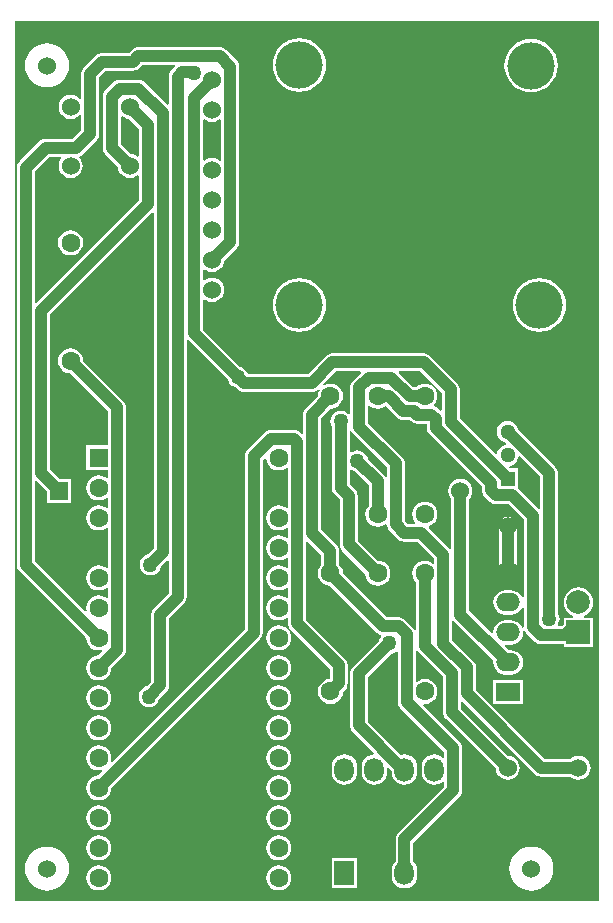
<source format=gtl>
G04 Layer_Physical_Order=1*
G04 Layer_Color=25308*
%FSLAX24Y24*%
%MOIN*%
G70*
G01*
G75*
%ADD10C,0.0394*%
%ADD11C,0.0600*%
%ADD12C,0.1575*%
%ADD13R,0.0600X0.0600*%
%ADD14C,0.0787*%
%ADD15R,0.0787X0.0787*%
%ADD16C,0.0630*%
%ADD17R,0.0630X0.0630*%
%ADD18C,0.0512*%
%ADD19R,0.0512X0.0512*%
%ADD20O,0.0800X0.0600*%
%ADD21R,0.0800X0.0600*%
%ADD22O,0.0650X0.0800*%
%ADD23R,0.0650X0.0800*%
%ADD24C,0.0500*%
G36*
X29425Y9945D02*
X9945D01*
Y23228D01*
Y25197D01*
Y39268D01*
X29425D01*
Y9945D01*
D02*
G37*
%LPC*%
G36*
X18748Y15135D02*
X18640Y15121D01*
X18539Y15079D01*
X18452Y15012D01*
X18386Y14926D01*
X18344Y14825D01*
X18329Y14717D01*
X18344Y14608D01*
X18386Y14507D01*
X18452Y14421D01*
X18539Y14354D01*
X18640Y14312D01*
X18748Y14298D01*
X18856Y14312D01*
X18957Y14354D01*
X19044Y14421D01*
X19111Y14507D01*
X19152Y14608D01*
X19167Y14717D01*
X19152Y14825D01*
X19111Y14926D01*
X19044Y15012D01*
X18957Y15079D01*
X18856Y15121D01*
X18748Y15135D01*
D02*
G37*
G36*
X12748Y16135D02*
X12640Y16121D01*
X12539Y16079D01*
X12452Y16012D01*
X12386Y15926D01*
X12344Y15825D01*
X12329Y15717D01*
X12344Y15608D01*
X12386Y15507D01*
X12452Y15421D01*
X12539Y15354D01*
X12640Y15312D01*
X12748Y15298D01*
X12856Y15312D01*
X12957Y15354D01*
X13044Y15421D01*
X13111Y15507D01*
X13152Y15608D01*
X13167Y15717D01*
X13152Y15825D01*
X13111Y15926D01*
X13044Y16012D01*
X12957Y16079D01*
X12856Y16121D01*
X12748Y16135D01*
D02*
G37*
G36*
X18748Y14135D02*
X18640Y14121D01*
X18539Y14079D01*
X18452Y14012D01*
X18386Y13926D01*
X18344Y13825D01*
X18329Y13717D01*
X18344Y13608D01*
X18386Y13507D01*
X18452Y13421D01*
X18539Y13354D01*
X18640Y13312D01*
X18748Y13298D01*
X18856Y13312D01*
X18957Y13354D01*
X19044Y13421D01*
X19111Y13507D01*
X19152Y13608D01*
X19167Y13717D01*
X19152Y13825D01*
X19111Y13926D01*
X19044Y14012D01*
X18957Y14079D01*
X18856Y14121D01*
X18748Y14135D01*
D02*
G37*
G36*
X20941Y14832D02*
X20830Y14817D01*
X20727Y14775D01*
X20638Y14707D01*
X20570Y14618D01*
X20527Y14514D01*
X20512Y14403D01*
Y14253D01*
X20527Y14142D01*
X20570Y14039D01*
X20638Y13950D01*
X20727Y13882D01*
X20830Y13839D01*
X20941Y13825D01*
X21052Y13839D01*
X21155Y13882D01*
X21244Y13950D01*
X21312Y14039D01*
X21355Y14142D01*
X21370Y14253D01*
Y14403D01*
X21355Y14514D01*
X21312Y14618D01*
X21244Y14707D01*
X21155Y14775D01*
X21052Y14817D01*
X20941Y14832D01*
D02*
G37*
G36*
X18748Y17135D02*
X18640Y17121D01*
X18539Y17079D01*
X18452Y17012D01*
X18386Y16926D01*
X18344Y16825D01*
X18329Y16717D01*
X18344Y16608D01*
X18386Y16507D01*
X18452Y16421D01*
X18539Y16354D01*
X18640Y16312D01*
X18748Y16298D01*
X18856Y16312D01*
X18957Y16354D01*
X19044Y16421D01*
X19111Y16507D01*
X19152Y16608D01*
X19167Y16717D01*
X19152Y16825D01*
X19111Y16926D01*
X19044Y17012D01*
X18957Y17079D01*
X18856Y17121D01*
X18748Y17135D01*
D02*
G37*
G36*
X26898Y17298D02*
X25898D01*
Y16498D01*
X26898D01*
Y17298D01*
D02*
G37*
G36*
X18748Y16135D02*
X18640Y16121D01*
X18539Y16079D01*
X18452Y16012D01*
X18386Y15926D01*
X18344Y15825D01*
X18329Y15717D01*
X18344Y15608D01*
X18386Y15507D01*
X18452Y15421D01*
X18539Y15354D01*
X18640Y15312D01*
X18748Y15298D01*
X18856Y15312D01*
X18957Y15354D01*
X19044Y15421D01*
X19111Y15507D01*
X19152Y15608D01*
X19167Y15717D01*
X19152Y15825D01*
X19111Y15926D01*
X19044Y16012D01*
X18957Y16079D01*
X18856Y16121D01*
X18748Y16135D01*
D02*
G37*
G36*
X12748Y17135D02*
X12640Y17121D01*
X12539Y17079D01*
X12452Y17012D01*
X12386Y16926D01*
X12344Y16825D01*
X12329Y16717D01*
X12344Y16608D01*
X12386Y16507D01*
X12452Y16421D01*
X12539Y16354D01*
X12640Y16312D01*
X12748Y16298D01*
X12856Y16312D01*
X12957Y16354D01*
X13044Y16421D01*
X13111Y16507D01*
X13152Y16608D01*
X13167Y16717D01*
X13152Y16825D01*
X13111Y16926D01*
X13044Y17012D01*
X12957Y17079D01*
X12856Y17121D01*
X12748Y17135D01*
D02*
G37*
G36*
X18748Y13135D02*
X18640Y13121D01*
X18539Y13079D01*
X18452Y13012D01*
X18386Y12926D01*
X18344Y12825D01*
X18329Y12717D01*
X18344Y12608D01*
X18386Y12507D01*
X18452Y12421D01*
X18539Y12354D01*
X18640Y12312D01*
X18748Y12298D01*
X18856Y12312D01*
X18957Y12354D01*
X19044Y12421D01*
X19111Y12507D01*
X19152Y12608D01*
X19167Y12717D01*
X19152Y12825D01*
X19111Y12926D01*
X19044Y13012D01*
X18957Y13079D01*
X18856Y13121D01*
X18748Y13135D01*
D02*
G37*
G36*
X12748Y11135D02*
X12640Y11121D01*
X12539Y11079D01*
X12452Y11012D01*
X12386Y10926D01*
X12344Y10825D01*
X12329Y10717D01*
X12344Y10608D01*
X12386Y10507D01*
X12452Y10421D01*
X12539Y10354D01*
X12640Y10312D01*
X12748Y10298D01*
X12856Y10312D01*
X12957Y10354D01*
X13044Y10421D01*
X13111Y10507D01*
X13152Y10608D01*
X13167Y10717D01*
X13152Y10825D01*
X13111Y10926D01*
X13044Y11012D01*
X12957Y11079D01*
X12856Y11121D01*
X12748Y11135D01*
D02*
G37*
G36*
X18748D02*
X18640Y11121D01*
X18539Y11079D01*
X18452Y11012D01*
X18386Y10926D01*
X18344Y10825D01*
X18329Y10717D01*
X18344Y10608D01*
X18386Y10507D01*
X18452Y10421D01*
X18539Y10354D01*
X18640Y10312D01*
X18748Y10298D01*
X18856Y10312D01*
X18957Y10354D01*
X19044Y10421D01*
X19111Y10507D01*
X19152Y10608D01*
X19167Y10717D01*
X19152Y10825D01*
X19111Y10926D01*
X19044Y11012D01*
X18957Y11079D01*
X18856Y11121D01*
X18748Y11135D01*
D02*
G37*
G36*
X11024Y11757D02*
X10881Y11743D01*
X10743Y11701D01*
X10616Y11633D01*
X10505Y11542D01*
X10414Y11431D01*
X10346Y11304D01*
X10304Y11167D01*
X10290Y11024D01*
X10304Y10881D01*
X10346Y10743D01*
X10414Y10616D01*
X10505Y10505D01*
X10616Y10414D01*
X10743Y10346D01*
X10881Y10304D01*
X11024Y10290D01*
X11167Y10304D01*
X11304Y10346D01*
X11431Y10414D01*
X11542Y10505D01*
X11633Y10616D01*
X11701Y10743D01*
X11743Y10881D01*
X11757Y11024D01*
X11743Y11167D01*
X11701Y11304D01*
X11633Y11431D01*
X11542Y11542D01*
X11431Y11633D01*
X11304Y11701D01*
X11167Y11743D01*
X11024Y11757D01*
D02*
G37*
G36*
X27165D02*
X27022Y11743D01*
X26885Y11701D01*
X26758Y11633D01*
X26647Y11542D01*
X26556Y11431D01*
X26488Y11304D01*
X26446Y11167D01*
X26432Y11024D01*
X26446Y10881D01*
X26488Y10743D01*
X26556Y10616D01*
X26647Y10505D01*
X26758Y10414D01*
X26885Y10346D01*
X27022Y10304D01*
X27165Y10290D01*
X27308Y10304D01*
X27446Y10346D01*
X27573Y10414D01*
X27684Y10505D01*
X27775Y10616D01*
X27843Y10743D01*
X27885Y10881D01*
X27899Y11024D01*
X27885Y11167D01*
X27843Y11304D01*
X27775Y11431D01*
X27684Y11542D01*
X27573Y11633D01*
X27446Y11701D01*
X27308Y11743D01*
X27165Y11757D01*
D02*
G37*
G36*
X18748Y12135D02*
X18640Y12121D01*
X18539Y12079D01*
X18452Y12012D01*
X18386Y11926D01*
X18344Y11825D01*
X18329Y11717D01*
X18344Y11608D01*
X18386Y11507D01*
X18452Y11421D01*
X18539Y11354D01*
X18640Y11312D01*
X18748Y11298D01*
X18856Y11312D01*
X18957Y11354D01*
X19044Y11421D01*
X19111Y11507D01*
X19152Y11608D01*
X19167Y11717D01*
X19152Y11825D01*
X19111Y11926D01*
X19044Y12012D01*
X18957Y12079D01*
X18856Y12121D01*
X18748Y12135D01*
D02*
G37*
G36*
X12748Y13135D02*
X12640Y13121D01*
X12539Y13079D01*
X12452Y13012D01*
X12386Y12926D01*
X12344Y12825D01*
X12329Y12717D01*
X12344Y12608D01*
X12386Y12507D01*
X12452Y12421D01*
X12539Y12354D01*
X12640Y12312D01*
X12748Y12298D01*
X12856Y12312D01*
X12957Y12354D01*
X13044Y12421D01*
X13111Y12507D01*
X13152Y12608D01*
X13167Y12717D01*
X13152Y12825D01*
X13111Y12926D01*
X13044Y13012D01*
X12957Y13079D01*
X12856Y13121D01*
X12748Y13135D01*
D02*
G37*
G36*
X21366Y11373D02*
X20516D01*
Y10373D01*
X21366D01*
Y11373D01*
D02*
G37*
G36*
X12748Y12135D02*
X12640Y12121D01*
X12539Y12079D01*
X12452Y12012D01*
X12386Y11926D01*
X12344Y11825D01*
X12329Y11717D01*
X12344Y11608D01*
X12386Y11507D01*
X12452Y11421D01*
X12539Y11354D01*
X12640Y11312D01*
X12748Y11298D01*
X12856Y11312D01*
X12957Y11354D01*
X13044Y11421D01*
X13111Y11507D01*
X13152Y11608D01*
X13167Y11717D01*
X13152Y11825D01*
X13111Y11926D01*
X13044Y12012D01*
X12957Y12079D01*
X12856Y12121D01*
X12748Y12135D01*
D02*
G37*
G36*
X16786Y38413D02*
X14070D01*
X13993Y38403D01*
X13950Y38385D01*
X13920Y38373D01*
X13858Y38325D01*
X13752Y38219D01*
X12870D01*
X12793Y38209D01*
X12756Y38194D01*
X12720Y38179D01*
X12658Y38132D01*
X12258Y37732D01*
X12211Y37670D01*
X12190Y37619D01*
X12181Y37597D01*
X12171Y37520D01*
Y36688D01*
X12121Y36671D01*
X12096Y36703D01*
X12013Y36767D01*
X11915Y36807D01*
X11811Y36821D01*
X11707Y36807D01*
X11609Y36767D01*
X11526Y36703D01*
X11462Y36619D01*
X11421Y36522D01*
X11408Y36417D01*
X11421Y36313D01*
X11462Y36216D01*
X11526Y36132D01*
X11609Y36068D01*
X11707Y36028D01*
X11811Y36014D01*
X11915Y36028D01*
X12013Y36068D01*
X12096Y36132D01*
X12121Y36164D01*
X12171Y36147D01*
Y35644D01*
X11876Y35349D01*
X10980D01*
X10903Y35339D01*
X10881Y35330D01*
X10830Y35309D01*
X10768Y35262D01*
X10108Y34602D01*
X10061Y34540D01*
X10040Y34489D01*
X10031Y34467D01*
X10021Y34390D01*
Y21145D01*
X10031Y21067D01*
X10040Y21046D01*
X10061Y20995D01*
X10108Y20933D01*
X12330Y18711D01*
X12344Y18608D01*
X12386Y18507D01*
X12452Y18421D01*
X12539Y18354D01*
X12640Y18312D01*
X12748Y18298D01*
X12849Y18311D01*
X12863Y18294D01*
X12874Y18266D01*
X12742Y18134D01*
X12640Y18121D01*
X12539Y18079D01*
X12452Y18012D01*
X12386Y17926D01*
X12344Y17825D01*
X12329Y17717D01*
X12344Y17608D01*
X12386Y17507D01*
X12452Y17421D01*
X12539Y17354D01*
X12640Y17312D01*
X12748Y17298D01*
X12856Y17312D01*
X12957Y17354D01*
X13044Y17421D01*
X13111Y17507D01*
X13152Y17608D01*
X13166Y17711D01*
X13572Y18117D01*
X13619Y18179D01*
X13632Y18209D01*
X13649Y18251D01*
X13659Y18328D01*
Y26404D01*
X13649Y26481D01*
X13637Y26511D01*
X13619Y26553D01*
X13572Y26616D01*
X12229Y27958D01*
X12215Y28061D01*
X12173Y28162D01*
X12107Y28249D01*
X12020Y28315D01*
X11919Y28357D01*
X11811Y28371D01*
X11703Y28357D01*
X11602Y28315D01*
X11515Y28249D01*
X11449Y28162D01*
X11407Y28061D01*
X11392Y27953D01*
X11407Y27844D01*
X11449Y27743D01*
X11515Y27657D01*
X11602Y27590D01*
X11703Y27548D01*
X11805Y27535D01*
X13061Y26280D01*
Y25131D01*
X12333D01*
Y24302D01*
X13061D01*
Y24063D01*
X13011Y24038D01*
X12957Y24079D01*
X12856Y24121D01*
X12748Y24135D01*
X12640Y24121D01*
X12539Y24079D01*
X12452Y24012D01*
X12386Y23926D01*
X12344Y23825D01*
X12329Y23717D01*
X12344Y23608D01*
X12386Y23507D01*
X12452Y23421D01*
X12539Y23354D01*
X12640Y23312D01*
X12748Y23298D01*
X12856Y23312D01*
X12957Y23354D01*
X13011Y23395D01*
X13061Y23370D01*
Y23063D01*
X13011Y23038D01*
X12957Y23079D01*
X12856Y23121D01*
X12748Y23135D01*
X12640Y23121D01*
X12539Y23079D01*
X12452Y23012D01*
X12386Y22926D01*
X12344Y22825D01*
X12329Y22717D01*
X12344Y22608D01*
X12386Y22507D01*
X12452Y22421D01*
X12539Y22354D01*
X12640Y22312D01*
X12748Y22298D01*
X12856Y22312D01*
X12957Y22354D01*
X13011Y22395D01*
X13061Y22370D01*
Y21063D01*
X13011Y21038D01*
X12957Y21079D01*
X12856Y21121D01*
X12748Y21135D01*
X12640Y21121D01*
X12539Y21079D01*
X12452Y21012D01*
X12386Y20926D01*
X12344Y20825D01*
X12329Y20717D01*
X12344Y20608D01*
X12386Y20507D01*
X12452Y20421D01*
X12539Y20354D01*
X12640Y20312D01*
X12748Y20298D01*
X12856Y20312D01*
X12957Y20354D01*
X13011Y20395D01*
X13061Y20370D01*
Y20063D01*
X13011Y20038D01*
X12957Y20079D01*
X12856Y20121D01*
X12748Y20135D01*
X12640Y20121D01*
X12539Y20079D01*
X12452Y20012D01*
X12386Y19926D01*
X12344Y19825D01*
X12329Y19717D01*
X12343Y19616D01*
X12326Y19601D01*
X12298Y19590D01*
X10619Y21269D01*
Y23931D01*
X10666Y23950D01*
X11017Y23599D01*
Y23222D01*
X11817D01*
Y24022D01*
X11441D01*
X11119Y24343D01*
Y29496D01*
X14534Y32911D01*
X14581Y32892D01*
Y21694D01*
X14389Y21502D01*
X14379Y21501D01*
X14293Y21466D01*
X14220Y21410D01*
X14164Y21337D01*
X14129Y21251D01*
X14117Y21160D01*
X14129Y21069D01*
X14164Y20983D01*
X14220Y20910D01*
X14293Y20854D01*
X14379Y20819D01*
X14470Y20807D01*
X14561Y20819D01*
X14647Y20854D01*
X14720Y20910D01*
X14776Y20983D01*
X14811Y21069D01*
X14812Y21079D01*
X15034Y21301D01*
X15081Y21282D01*
Y20194D01*
X14588Y19702D01*
X14541Y19640D01*
X14520Y19589D01*
X14511Y19567D01*
X14501Y19490D01*
Y17254D01*
X14349Y17102D01*
X14339Y17101D01*
X14253Y17066D01*
X14180Y17010D01*
X14124Y16937D01*
X14089Y16851D01*
X14077Y16760D01*
X14089Y16669D01*
X14124Y16583D01*
X14180Y16510D01*
X14253Y16454D01*
X14339Y16419D01*
X14430Y16407D01*
X14521Y16419D01*
X14607Y16454D01*
X14680Y16510D01*
X14736Y16583D01*
X14771Y16669D01*
X14772Y16679D01*
X15012Y16918D01*
X15059Y16980D01*
X15072Y17010D01*
X15089Y17053D01*
X15099Y17130D01*
Y19366D01*
X15592Y19858D01*
X15639Y19920D01*
X15660Y19971D01*
X15669Y19993D01*
X15679Y20070D01*
Y28631D01*
X15729Y28647D01*
X17048Y27329D01*
X17049Y27319D01*
X17084Y27233D01*
X17140Y27160D01*
X17213Y27104D01*
X17299Y27069D01*
X17309Y27068D01*
X17378Y26998D01*
X17440Y26951D01*
X17491Y26930D01*
X17513Y26921D01*
X17590Y26911D01*
X19850D01*
X19927Y26921D01*
X19949Y26930D01*
X20000Y26951D01*
X20062Y26998D01*
X20069Y27005D01*
X20110Y26981D01*
X20068Y26880D01*
X20055Y26777D01*
X19648Y26371D01*
X19601Y26309D01*
X19580Y26258D01*
X19571Y26237D01*
X19561Y26159D01*
Y25538D01*
X19514Y25519D01*
X19462Y25572D01*
X19400Y25619D01*
X19349Y25640D01*
X19327Y25649D01*
X19250Y25659D01*
X18500D01*
X18423Y25649D01*
X18401Y25640D01*
X18350Y25619D01*
X18288Y25572D01*
X17698Y24982D01*
X17651Y24920D01*
X17630Y24869D01*
X17621Y24847D01*
X17611Y24770D01*
Y19003D01*
X13199Y14590D01*
X13170Y14601D01*
X13153Y14616D01*
X13167Y14717D01*
X13152Y14825D01*
X13111Y14926D01*
X13044Y15012D01*
X12957Y15079D01*
X12856Y15121D01*
X12748Y15135D01*
X12640Y15121D01*
X12539Y15079D01*
X12452Y15012D01*
X12386Y14926D01*
X12344Y14825D01*
X12329Y14717D01*
X12344Y14608D01*
X12386Y14507D01*
X12452Y14421D01*
X12539Y14354D01*
X12640Y14312D01*
X12748Y14298D01*
X12849Y14311D01*
X12863Y14294D01*
X12874Y14266D01*
X12742Y14134D01*
X12640Y14121D01*
X12539Y14079D01*
X12452Y14012D01*
X12386Y13926D01*
X12344Y13825D01*
X12329Y13717D01*
X12344Y13608D01*
X12386Y13507D01*
X12452Y13421D01*
X12539Y13354D01*
X12640Y13312D01*
X12748Y13298D01*
X12856Y13312D01*
X12957Y13354D01*
X13044Y13421D01*
X13111Y13507D01*
X13152Y13608D01*
X13166Y13711D01*
X18122Y18667D01*
X18169Y18729D01*
X18190Y18780D01*
X18199Y18801D01*
X18209Y18879D01*
Y24646D01*
X18282Y24719D01*
X18332Y24698D01*
X18344Y24608D01*
X18386Y24507D01*
X18452Y24421D01*
X18539Y24354D01*
X18640Y24312D01*
X18748Y24298D01*
X18856Y24312D01*
X18957Y24354D01*
X19011Y24395D01*
X19061Y24370D01*
Y23063D01*
X19011Y23038D01*
X18957Y23079D01*
X18856Y23121D01*
X18748Y23135D01*
X18640Y23121D01*
X18539Y23079D01*
X18452Y23012D01*
X18386Y22926D01*
X18344Y22825D01*
X18329Y22717D01*
X18344Y22608D01*
X18386Y22507D01*
X18452Y22421D01*
X18539Y22354D01*
X18640Y22312D01*
X18748Y22298D01*
X18856Y22312D01*
X18957Y22354D01*
X19011Y22395D01*
X19061Y22370D01*
Y22063D01*
X19011Y22038D01*
X18957Y22079D01*
X18856Y22121D01*
X18748Y22135D01*
X18640Y22121D01*
X18539Y22079D01*
X18452Y22012D01*
X18386Y21926D01*
X18344Y21825D01*
X18329Y21717D01*
X18344Y21608D01*
X18386Y21507D01*
X18452Y21421D01*
X18539Y21354D01*
X18640Y21312D01*
X18748Y21298D01*
X18856Y21312D01*
X18957Y21354D01*
X19011Y21395D01*
X19061Y21370D01*
Y21063D01*
X19011Y21038D01*
X18957Y21079D01*
X18856Y21121D01*
X18748Y21135D01*
X18640Y21121D01*
X18539Y21079D01*
X18452Y21012D01*
X18386Y20926D01*
X18344Y20825D01*
X18329Y20717D01*
X18344Y20608D01*
X18386Y20507D01*
X18452Y20421D01*
X18539Y20354D01*
X18640Y20312D01*
X18748Y20298D01*
X18856Y20312D01*
X18957Y20354D01*
X19011Y20395D01*
X19061Y20370D01*
Y20063D01*
X19011Y20038D01*
X18957Y20079D01*
X18856Y20121D01*
X18748Y20135D01*
X18640Y20121D01*
X18539Y20079D01*
X18452Y20012D01*
X18386Y19926D01*
X18344Y19825D01*
X18329Y19717D01*
X18344Y19608D01*
X18386Y19507D01*
X18452Y19421D01*
X18539Y19354D01*
X18640Y19312D01*
X18748Y19298D01*
X18856Y19312D01*
X18957Y19354D01*
X19011Y19395D01*
X19061Y19370D01*
Y19197D01*
X19071Y19119D01*
X19080Y19098D01*
X19101Y19047D01*
X19148Y18985D01*
X20451Y17683D01*
Y17345D01*
X20364Y17333D01*
X20263Y17292D01*
X20176Y17225D01*
X20110Y17138D01*
X20068Y17037D01*
X20054Y16929D01*
X20068Y16821D01*
X20110Y16720D01*
X20176Y16633D01*
X20263Y16567D01*
X20364Y16525D01*
X20472Y16511D01*
X20581Y16525D01*
X20682Y16567D01*
X20768Y16633D01*
X20835Y16720D01*
X20877Y16821D01*
X20890Y16924D01*
X20962Y16995D01*
X21009Y17057D01*
X21022Y17087D01*
X21039Y17129D01*
X21049Y17207D01*
Y17807D01*
X21039Y17884D01*
X21030Y17905D01*
X21009Y17956D01*
X20962Y18018D01*
X19659Y19321D01*
Y21932D01*
X19706Y21951D01*
X20173Y21484D01*
Y21158D01*
X20110Y21075D01*
X20068Y20974D01*
X20054Y20866D01*
X20068Y20758D01*
X20110Y20657D01*
X20176Y20570D01*
X20263Y20504D01*
X20364Y20462D01*
X20467Y20448D01*
X22029Y18886D01*
X22091Y18838D01*
X22127Y18824D01*
X22139Y18818D01*
X22144Y18813D01*
X22156Y18766D01*
X22155Y18760D01*
X22114Y18707D01*
X22079Y18621D01*
X22078Y18611D01*
X21218Y17752D01*
X21171Y17690D01*
X21150Y17639D01*
X21141Y17617D01*
X21131Y17540D01*
Y15798D01*
X21141Y15721D01*
X21150Y15700D01*
X21171Y15649D01*
X21218Y15587D01*
X21925Y14880D01*
X21907Y14828D01*
X21830Y14817D01*
X21727Y14775D01*
X21638Y14707D01*
X21570Y14618D01*
X21527Y14514D01*
X21512Y14403D01*
Y14253D01*
X21527Y14142D01*
X21570Y14039D01*
X21638Y13950D01*
X21727Y13882D01*
X21830Y13839D01*
X21941Y13825D01*
X22052Y13839D01*
X22155Y13882D01*
X22244Y13950D01*
X22312Y14039D01*
X22355Y14142D01*
X22370Y14253D01*
Y14365D01*
X22420Y14385D01*
X22512Y14293D01*
Y14253D01*
X22527Y14142D01*
X22570Y14039D01*
X22638Y13950D01*
X22727Y13882D01*
X22830Y13839D01*
X22941Y13825D01*
X23052Y13839D01*
X23155Y13882D01*
X23244Y13950D01*
X23312Y14039D01*
X23355Y14142D01*
X23370Y14253D01*
Y14403D01*
X23355Y14514D01*
X23312Y14618D01*
X23244Y14707D01*
X23155Y14775D01*
X23052Y14817D01*
X22941Y14832D01*
X22834Y14818D01*
X21729Y15922D01*
Y17416D01*
X22501Y18188D01*
X22511Y18189D01*
X22597Y18224D01*
X22661Y18273D01*
X22711Y18259D01*
Y16590D01*
X22721Y16513D01*
X22730Y16491D01*
X22751Y16440D01*
X22798Y16378D01*
X24271Y14906D01*
Y14749D01*
X24221Y14725D01*
X24155Y14775D01*
X24052Y14817D01*
X23941Y14832D01*
X23830Y14817D01*
X23727Y14775D01*
X23638Y14707D01*
X23570Y14618D01*
X23527Y14514D01*
X23512Y14403D01*
Y14253D01*
X23527Y14142D01*
X23570Y14039D01*
X23638Y13950D01*
X23727Y13882D01*
X23830Y13839D01*
X23941Y13825D01*
X24052Y13839D01*
X24155Y13882D01*
X24221Y13932D01*
X24271Y13908D01*
Y13754D01*
X22729Y12213D01*
X22682Y12151D01*
X22660Y12100D01*
X22652Y12078D01*
X22642Y12001D01*
Y11254D01*
X22638Y11252D01*
X22570Y11163D01*
X22527Y11059D01*
X22512Y10948D01*
Y10798D01*
X22527Y10687D01*
X22570Y10584D01*
X22638Y10495D01*
X22727Y10427D01*
X22830Y10384D01*
X22941Y10370D01*
X23052Y10384D01*
X23155Y10427D01*
X23244Y10495D01*
X23312Y10584D01*
X23355Y10687D01*
X23370Y10798D01*
Y10948D01*
X23355Y11059D01*
X23312Y11163D01*
X23244Y11252D01*
X23240Y11254D01*
Y11877D01*
X24782Y13418D01*
X24829Y13480D01*
X24850Y13531D01*
X24859Y13553D01*
X24869Y13630D01*
Y15030D01*
X24859Y15107D01*
X24842Y15150D01*
X24829Y15180D01*
X24782Y15242D01*
X23554Y16469D01*
X23578Y16516D01*
X23622Y16511D01*
X23730Y16525D01*
X23831Y16567D01*
X23918Y16633D01*
X23985Y16720D01*
X24026Y16821D01*
X24041Y16929D01*
X24026Y17037D01*
X23985Y17138D01*
X23918Y17225D01*
X23831Y17292D01*
X23730Y17333D01*
X23622Y17348D01*
X23514Y17333D01*
X23413Y17292D01*
X23359Y17251D01*
X23309Y17275D01*
Y18296D01*
X23359Y18306D01*
X23363Y18298D01*
X23410Y18236D01*
X24231Y17416D01*
Y16234D01*
X24241Y16156D01*
X24250Y16135D01*
X24271Y16084D01*
X24318Y16022D01*
X25978Y14363D01*
X25988Y14281D01*
X26029Y14184D01*
X26093Y14101D01*
X26176Y14036D01*
X26274Y13996D01*
X26378Y13982D01*
X26482Y13996D01*
X26580Y14036D01*
X26663Y14101D01*
X26727Y14184D01*
X26768Y14281D01*
X26781Y14386D01*
X26768Y14490D01*
X26727Y14588D01*
X26663Y14671D01*
X26580Y14735D01*
X26482Y14776D01*
X26401Y14786D01*
X24829Y16358D01*
Y16572D01*
X24876Y16591D01*
X27292Y14174D01*
X27354Y14127D01*
X27391Y14112D01*
X27427Y14097D01*
X27504Y14086D01*
X28473D01*
X28538Y14036D01*
X28636Y13996D01*
X28740Y13982D01*
X28845Y13996D01*
X28942Y14036D01*
X29025Y14101D01*
X29090Y14184D01*
X29130Y14281D01*
X29144Y14386D01*
X29130Y14490D01*
X29090Y14588D01*
X29025Y14671D01*
X28942Y14735D01*
X28845Y14776D01*
X28740Y14789D01*
X28636Y14776D01*
X28538Y14735D01*
X28473Y14685D01*
X27628D01*
X25323Y16990D01*
Y17744D01*
X25313Y17822D01*
X25295Y17864D01*
X25283Y17894D01*
X25235Y17956D01*
X24539Y18652D01*
Y19266D01*
X24589Y19283D01*
X24591Y19281D01*
X25904Y17968D01*
X25895Y17898D01*
X25908Y17793D01*
X25949Y17696D01*
X26013Y17612D01*
X26096Y17548D01*
X26194Y17508D01*
X26298Y17494D01*
X26498D01*
X26602Y17508D01*
X26700Y17548D01*
X26783Y17612D01*
X26847Y17696D01*
X26888Y17793D01*
X26901Y17898D01*
X26888Y18002D01*
X26847Y18099D01*
X26783Y18183D01*
X26700Y18247D01*
X26602Y18287D01*
X26498Y18301D01*
X26418D01*
X26269Y18450D01*
X26291Y18495D01*
X26298Y18494D01*
X26498D01*
X26602Y18508D01*
X26700Y18548D01*
X26783Y18612D01*
X26847Y18696D01*
X26888Y18793D01*
X26901Y18898D01*
X26895Y18949D01*
X26943Y18962D01*
X26951Y18944D01*
X26998Y18882D01*
X27288Y18592D01*
X27350Y18545D01*
X27401Y18523D01*
X27423Y18515D01*
X27500Y18505D01*
X28246D01*
Y18404D01*
X29234D01*
Y19391D01*
X28939D01*
X28929Y19441D01*
X28989Y19466D01*
X29092Y19546D01*
X29171Y19649D01*
X29221Y19769D01*
X29238Y19898D01*
X29221Y20027D01*
X29171Y20147D01*
X29092Y20250D01*
X28989Y20329D01*
X28869Y20379D01*
X28740Y20396D01*
X28611Y20379D01*
X28491Y20329D01*
X28388Y20250D01*
X28309Y20147D01*
X28259Y20027D01*
X28242Y19898D01*
X28259Y19769D01*
X28309Y19649D01*
X28388Y19546D01*
X28491Y19466D01*
X28552Y19441D01*
X28542Y19391D01*
X28246D01*
Y19170D01*
X28180Y19103D01*
X28067D01*
X28043Y19153D01*
X28066Y19183D01*
X28101Y19269D01*
X28113Y19360D01*
X28101Y19451D01*
X28066Y19537D01*
X28059Y19545D01*
Y24209D01*
X28049Y24286D01*
X28040Y24307D01*
X28019Y24358D01*
X27972Y24420D01*
X26727Y25665D01*
X26725Y25683D01*
X26689Y25770D01*
X26632Y25844D01*
X26557Y25901D01*
X26471Y25937D01*
X26378Y25950D01*
X26285Y25937D01*
X26198Y25901D01*
X26124Y25844D01*
X26067Y25770D01*
X26031Y25683D01*
X26019Y25591D01*
X26031Y25498D01*
X26067Y25411D01*
X26124Y25337D01*
X26198Y25280D01*
X26285Y25244D01*
X26304Y25241D01*
X26338Y25207D01*
X26320Y25154D01*
X26285Y25150D01*
X26198Y25114D01*
X26124Y25057D01*
X26067Y24983D01*
X26031Y24896D01*
X26027Y24861D01*
X25974Y24843D01*
X24779Y26038D01*
Y27000D01*
X24769Y27077D01*
X24752Y27120D01*
X24739Y27150D01*
X24692Y27212D01*
X23792Y28112D01*
X23730Y28159D01*
X23679Y28180D01*
X23657Y28189D01*
X23580Y28199D01*
X20540D01*
X20463Y28189D01*
X20420Y28172D01*
X20390Y28159D01*
X20328Y28112D01*
X19726Y27509D01*
X17728D01*
X17696Y27587D01*
X17640Y27660D01*
X17567Y27716D01*
X17481Y27751D01*
X17471Y27752D01*
X16229Y28994D01*
Y29983D01*
X16279Y30007D01*
X16334Y29966D01*
X16431Y29925D01*
X16535Y29912D01*
X16640Y29925D01*
X16737Y29966D01*
X16821Y30030D01*
X16885Y30113D01*
X16925Y30211D01*
X16939Y30315D01*
X16925Y30419D01*
X16885Y30517D01*
X16821Y30600D01*
X16737Y30664D01*
X16640Y30705D01*
X16535Y30718D01*
X16431Y30705D01*
X16334Y30664D01*
X16279Y30623D01*
X16229Y30647D01*
Y30983D01*
X16279Y31007D01*
X16334Y30966D01*
X16431Y30925D01*
X16535Y30912D01*
X16640Y30925D01*
X16737Y30966D01*
X16821Y31030D01*
X16885Y31113D01*
X16925Y31211D01*
X16936Y31292D01*
X17352Y31708D01*
X17399Y31770D01*
X17420Y31821D01*
X17429Y31842D01*
X17439Y31920D01*
Y37760D01*
X17429Y37837D01*
X17412Y37880D01*
X17399Y37910D01*
X17352Y37972D01*
X16998Y38325D01*
X16936Y38373D01*
X16885Y38394D01*
X16864Y38403D01*
X16786Y38413D01*
D02*
G37*
G36*
X27435Y30707D02*
X27261Y30690D01*
X27094Y30639D01*
X26940Y30556D01*
X26805Y30445D01*
X26694Y30310D01*
X26612Y30156D01*
X26561Y29989D01*
X26544Y29815D01*
X26561Y29641D01*
X26612Y29474D01*
X26694Y29320D01*
X26805Y29184D01*
X26940Y29074D01*
X27094Y28991D01*
X27261Y28940D01*
X27435Y28923D01*
X27609Y28940D01*
X27777Y28991D01*
X27931Y29074D01*
X28066Y29184D01*
X28177Y29320D01*
X28259Y29474D01*
X28310Y29641D01*
X28327Y29815D01*
X28310Y29989D01*
X28259Y30156D01*
X28177Y30310D01*
X28066Y30445D01*
X27931Y30556D01*
X27777Y30639D01*
X27609Y30690D01*
X27435Y30707D01*
D02*
G37*
G36*
X19435D02*
X19261Y30690D01*
X19094Y30639D01*
X18940Y30556D01*
X18805Y30445D01*
X18694Y30310D01*
X18612Y30156D01*
X18561Y29989D01*
X18544Y29815D01*
X18561Y29641D01*
X18612Y29474D01*
X18694Y29320D01*
X18805Y29184D01*
X18940Y29074D01*
X19094Y28991D01*
X19261Y28940D01*
X19435Y28923D01*
X19609Y28940D01*
X19777Y28991D01*
X19931Y29074D01*
X20066Y29184D01*
X20177Y29320D01*
X20259Y29474D01*
X20310Y29641D01*
X20327Y29815D01*
X20310Y29989D01*
X20259Y30156D01*
X20177Y30310D01*
X20066Y30445D01*
X19931Y30556D01*
X19777Y30639D01*
X19609Y30690D01*
X19435Y30707D01*
D02*
G37*
G36*
X11024Y38529D02*
X10881Y38515D01*
X10743Y38473D01*
X10616Y38405D01*
X10505Y38314D01*
X10414Y38203D01*
X10346Y38076D01*
X10304Y37938D01*
X10290Y37795D01*
X10304Y37652D01*
X10346Y37515D01*
X10414Y37388D01*
X10505Y37277D01*
X10616Y37185D01*
X10743Y37118D01*
X10881Y37076D01*
X11024Y37062D01*
X11167Y37076D01*
X11304Y37118D01*
X11431Y37185D01*
X11542Y37277D01*
X11633Y37388D01*
X11701Y37515D01*
X11743Y37652D01*
X11757Y37795D01*
X11743Y37938D01*
X11701Y38076D01*
X11633Y38203D01*
X11542Y38314D01*
X11431Y38405D01*
X11304Y38473D01*
X11167Y38515D01*
X11024Y38529D01*
D02*
G37*
G36*
X19435Y38707D02*
X19261Y38690D01*
X19094Y38639D01*
X18940Y38556D01*
X18805Y38445D01*
X18694Y38310D01*
X18612Y38156D01*
X18561Y37989D01*
X18544Y37815D01*
X18561Y37641D01*
X18612Y37474D01*
X18694Y37320D01*
X18805Y37184D01*
X18940Y37074D01*
X19094Y36991D01*
X19261Y36940D01*
X19435Y36923D01*
X19609Y36940D01*
X19777Y36991D01*
X19931Y37074D01*
X20066Y37184D01*
X20177Y37320D01*
X20259Y37474D01*
X20310Y37641D01*
X20327Y37815D01*
X20310Y37989D01*
X20259Y38156D01*
X20177Y38310D01*
X20066Y38445D01*
X19931Y38556D01*
X19777Y38639D01*
X19609Y38690D01*
X19435Y38707D01*
D02*
G37*
G36*
X27165Y38687D02*
X26991Y38670D01*
X26824Y38619D01*
X26670Y38537D01*
X26535Y38426D01*
X26424Y38291D01*
X26342Y38137D01*
X26291Y37969D01*
X26274Y37795D01*
X26291Y37621D01*
X26342Y37454D01*
X26424Y37300D01*
X26535Y37165D01*
X26670Y37054D01*
X26824Y36971D01*
X26991Y36921D01*
X27165Y36904D01*
X27339Y36921D01*
X27507Y36971D01*
X27661Y37054D01*
X27796Y37165D01*
X27907Y37300D01*
X27989Y37454D01*
X28040Y37621D01*
X28057Y37795D01*
X28040Y37969D01*
X27989Y38137D01*
X27907Y38291D01*
X27796Y38426D01*
X27661Y38537D01*
X27507Y38619D01*
X27339Y38670D01*
X27165Y38687D01*
D02*
G37*
G36*
X18748Y19135D02*
X18640Y19121D01*
X18539Y19079D01*
X18452Y19012D01*
X18386Y18926D01*
X18344Y18825D01*
X18329Y18717D01*
X18344Y18608D01*
X18386Y18507D01*
X18452Y18421D01*
X18539Y18354D01*
X18640Y18312D01*
X18748Y18298D01*
X18856Y18312D01*
X18957Y18354D01*
X19044Y18421D01*
X19111Y18507D01*
X19152Y18608D01*
X19167Y18717D01*
X19152Y18825D01*
X19111Y18926D01*
X19044Y19012D01*
X18957Y19079D01*
X18856Y19121D01*
X18748Y19135D01*
D02*
G37*
G36*
Y18135D02*
X18640Y18121D01*
X18539Y18079D01*
X18452Y18012D01*
X18386Y17926D01*
X18344Y17825D01*
X18329Y17717D01*
X18344Y17608D01*
X18386Y17507D01*
X18452Y17421D01*
X18539Y17354D01*
X18640Y17312D01*
X18748Y17298D01*
X18856Y17312D01*
X18957Y17354D01*
X19044Y17421D01*
X19111Y17507D01*
X19152Y17608D01*
X19167Y17717D01*
X19152Y17825D01*
X19111Y17926D01*
X19044Y18012D01*
X18957Y18079D01*
X18856Y18121D01*
X18748Y18135D01*
D02*
G37*
%LPD*%
G36*
X13578Y36068D02*
X13675Y36028D01*
X13757Y36017D01*
X14081Y35693D01*
Y34785D01*
X14031Y34760D01*
X13981Y34798D01*
X13884Y34839D01*
X13803Y34849D01*
X13479Y35172D01*
Y36080D01*
X13529Y36105D01*
X13578Y36068D01*
D02*
G37*
G36*
X15301Y37764D02*
X15168Y37632D01*
X15121Y37570D01*
X15100Y37519D01*
X15091Y37497D01*
X15081Y37420D01*
Y36498D01*
X15034Y36479D01*
X14282Y37232D01*
X14220Y37279D01*
X14169Y37300D01*
X14147Y37309D01*
X14070Y37319D01*
X13450D01*
X13373Y37309D01*
X13351Y37300D01*
X13300Y37279D01*
X13238Y37232D01*
X12968Y36962D01*
X12921Y36900D01*
X12900Y36849D01*
X12891Y36827D01*
X12881Y36750D01*
Y35048D01*
X12891Y34971D01*
X12900Y34950D01*
X12921Y34899D01*
X12968Y34837D01*
X13379Y34426D01*
X13390Y34344D01*
X13430Y34247D01*
X13494Y34164D01*
X13578Y34099D01*
X13675Y34059D01*
X13780Y34045D01*
X13884Y34059D01*
X13981Y34099D01*
X14031Y34137D01*
X14081Y34113D01*
Y33304D01*
X10666Y29889D01*
X10619Y29908D01*
Y34266D01*
X11104Y34751D01*
X11475D01*
X11500Y34701D01*
X11462Y34651D01*
X11421Y34553D01*
X11408Y34449D01*
X11421Y34344D01*
X11462Y34247D01*
X11526Y34164D01*
X11609Y34099D01*
X11707Y34059D01*
X11811Y34045D01*
X11915Y34059D01*
X12013Y34099D01*
X12096Y34164D01*
X12160Y34247D01*
X12201Y34344D01*
X12214Y34449D01*
X12201Y34553D01*
X12160Y34651D01*
X12108Y34719D01*
X12106Y34730D01*
X12113Y34765D01*
X12120Y34779D01*
X12150Y34791D01*
X12212Y34838D01*
X12682Y35308D01*
X12729Y35370D01*
X12744Y35406D01*
X12759Y35443D01*
X12769Y35520D01*
Y37396D01*
X12994Y37621D01*
X13876D01*
X13954Y37631D01*
X13975Y37640D01*
X14026Y37661D01*
X14088Y37708D01*
X14194Y37814D01*
X15280D01*
X15301Y37764D01*
D02*
G37*
G36*
X21838Y26409D02*
X21939Y26367D01*
X22047Y26353D01*
X22156Y26367D01*
X22257Y26409D01*
X22310Y26450D01*
X22694Y26066D01*
X22756Y26019D01*
X22786Y26006D01*
X22828Y25989D01*
X22905Y25979D01*
X23126D01*
X23157Y25948D01*
X23219Y25901D01*
X23270Y25879D01*
X23291Y25871D01*
X23369Y25860D01*
X23687D01*
Y25709D01*
X23697Y25632D01*
X23706Y25611D01*
X23727Y25559D01*
X23775Y25497D01*
X25526Y23746D01*
Y23637D01*
X25536Y23559D01*
X25545Y23538D01*
X25566Y23487D01*
X25613Y23425D01*
X25787Y23251D01*
X25849Y23204D01*
X25900Y23183D01*
X25922Y23174D01*
X25999Y23164D01*
X26413D01*
X26911Y22666D01*
Y20077D01*
X26861Y20067D01*
X26847Y20099D01*
X26783Y20183D01*
X26700Y20247D01*
X26602Y20287D01*
X26498Y20301D01*
X26298D01*
X26194Y20287D01*
X26096Y20247D01*
X26013Y20183D01*
X25949Y20099D01*
X25908Y20002D01*
X25895Y19898D01*
X25908Y19793D01*
X25949Y19696D01*
X26013Y19612D01*
X26096Y19548D01*
X26194Y19508D01*
X26298Y19494D01*
X26498D01*
X26602Y19508D01*
X26700Y19548D01*
X26783Y19612D01*
X26847Y19696D01*
X26861Y19728D01*
X26911Y19718D01*
Y19094D01*
X26914Y19070D01*
X26865Y19057D01*
X26847Y19099D01*
X26783Y19183D01*
X26700Y19247D01*
X26602Y19287D01*
X26498Y19301D01*
X26298D01*
X26194Y19287D01*
X26096Y19247D01*
X26013Y19183D01*
X25949Y19099D01*
X25908Y19002D01*
X25895Y18898D01*
X25895Y18891D01*
X25851Y18868D01*
X25103Y19616D01*
Y23355D01*
X25153Y23420D01*
X25193Y23518D01*
X25207Y23622D01*
X25193Y23726D01*
X25153Y23824D01*
X25088Y23907D01*
X25005Y23971D01*
X24908Y24012D01*
X24803Y24025D01*
X24699Y24012D01*
X24601Y23971D01*
X24518Y23907D01*
X24454Y23824D01*
X24413Y23726D01*
X24400Y23622D01*
X24413Y23518D01*
X24454Y23420D01*
X24504Y23355D01*
Y21706D01*
X24454Y21689D01*
X24452Y21692D01*
X23756Y22387D01*
X23768Y22446D01*
X23831Y22472D01*
X23918Y22539D01*
X23985Y22625D01*
X24026Y22726D01*
X24041Y22835D01*
X24026Y22943D01*
X23985Y23044D01*
X23918Y23131D01*
X23831Y23197D01*
X23730Y23239D01*
X23622Y23253D01*
X23514Y23239D01*
X23413Y23197D01*
X23326Y23131D01*
X23260Y23044D01*
X23218Y22943D01*
X23203Y22835D01*
X23218Y22726D01*
X23260Y22625D01*
X23303Y22569D01*
X23278Y22519D01*
X23064D01*
X22959Y22624D01*
Y24529D01*
X22949Y24607D01*
X22940Y24628D01*
X22919Y24679D01*
X22872Y24741D01*
X21729Y25883D01*
Y26429D01*
X21779Y26454D01*
X21838Y26409D01*
D02*
G37*
G36*
X16334Y35966D02*
X16431Y35925D01*
X16535Y35912D01*
X16640Y35925D01*
X16737Y35966D01*
X16791Y36007D01*
X16841Y35982D01*
Y34648D01*
X16791Y34623D01*
X16737Y34664D01*
X16640Y34705D01*
X16535Y34718D01*
X16431Y34705D01*
X16334Y34664D01*
X16279Y34623D01*
X16229Y34647D01*
Y35983D01*
X16279Y36007D01*
X16334Y35966D01*
D02*
G37*
G36*
X24181Y26876D02*
Y26308D01*
X24134Y26289D01*
X24052Y26372D01*
X23990Y26419D01*
X23949Y26436D01*
X23942Y26444D01*
X23937Y26459D01*
X23933Y26495D01*
X23985Y26562D01*
X24026Y26663D01*
X24041Y26772D01*
X24026Y26880D01*
X23985Y26981D01*
X23918Y27068D01*
X23831Y27134D01*
X23730Y27176D01*
X23622Y27190D01*
X23514Y27176D01*
X23413Y27134D01*
X23331Y27071D01*
X23234D01*
X22751Y27554D01*
X22770Y27601D01*
X23456D01*
X24181Y26876D01*
D02*
G37*
G36*
X21171Y25609D02*
X21218Y25547D01*
X22361Y24405D01*
Y24083D01*
X22311Y24073D01*
X22307Y24082D01*
X22259Y24144D01*
X21712Y24691D01*
X21711Y24701D01*
X21676Y24787D01*
X21620Y24860D01*
X21547Y24916D01*
X21461Y24951D01*
X21370Y24963D01*
X21279Y24951D01*
X21193Y24916D01*
X21169Y24897D01*
X21119Y24922D01*
Y25602D01*
X21169Y25612D01*
X21171Y25609D01*
D02*
G37*
G36*
X21491Y27554D02*
X21218Y27282D01*
X21171Y27220D01*
X21150Y27169D01*
X21141Y27147D01*
X21131Y27070D01*
Y26182D01*
X21081Y26165D01*
X21070Y26180D01*
X20997Y26236D01*
X20911Y26271D01*
X20820Y26283D01*
X20729Y26271D01*
X20643Y26236D01*
X20570Y26180D01*
X20514Y26107D01*
X20479Y26021D01*
X20467Y25930D01*
X20479Y25839D01*
X20514Y25753D01*
X20521Y25745D01*
Y23714D01*
X20531Y23637D01*
X20540Y23616D01*
X20561Y23565D01*
X20608Y23503D01*
X20785Y23326D01*
Y21829D01*
X20795Y21752D01*
X20804Y21730D01*
X20825Y21679D01*
X20873Y21617D01*
X21629Y20861D01*
X21643Y20758D01*
X21685Y20657D01*
X21751Y20570D01*
X21838Y20504D01*
X21939Y20462D01*
X22047Y20448D01*
X22156Y20462D01*
X22257Y20504D01*
X22343Y20570D01*
X22410Y20657D01*
X22452Y20758D01*
X22466Y20866D01*
X22452Y20974D01*
X22410Y21075D01*
X22343Y21162D01*
X22257Y21229D01*
X22156Y21270D01*
X22053Y21284D01*
X21384Y21953D01*
Y23450D01*
X21373Y23527D01*
X21356Y23570D01*
X21344Y23600D01*
X21296Y23662D01*
X21119Y23838D01*
Y24298D01*
X21169Y24323D01*
X21193Y24304D01*
X21279Y24269D01*
X21289Y24268D01*
X21748Y23809D01*
Y23126D01*
X21685Y23044D01*
X21643Y22943D01*
X21629Y22835D01*
X21643Y22726D01*
X21685Y22625D01*
X21751Y22539D01*
X21838Y22472D01*
X21939Y22430D01*
X22047Y22416D01*
X22156Y22430D01*
X22257Y22472D01*
X22311Y22514D01*
X22337Y22506D01*
X22362Y22490D01*
X22371Y22423D01*
X22380Y22401D01*
X22401Y22350D01*
X22448Y22288D01*
X22728Y22008D01*
X22790Y21961D01*
X22841Y21940D01*
X22863Y21931D01*
X22940Y21921D01*
X23376D01*
X23941Y21356D01*
Y21208D01*
X23891Y21183D01*
X23831Y21229D01*
X23730Y21270D01*
X23622Y21285D01*
X23514Y21270D01*
X23413Y21229D01*
X23326Y21162D01*
X23260Y21075D01*
X23218Y20974D01*
X23203Y20866D01*
X23218Y20758D01*
X23260Y20657D01*
X23323Y20575D01*
Y18989D01*
X23273Y18979D01*
X23269Y18988D01*
X23222Y19050D01*
X22962Y19310D01*
X22900Y19357D01*
X22849Y19378D01*
X22827Y19387D01*
X22750Y19397D01*
X22365D01*
X20890Y20872D01*
X20877Y20974D01*
X20835Y21075D01*
X20772Y21158D01*
Y21608D01*
X20762Y21685D01*
X20753Y21706D01*
X20732Y21757D01*
X20684Y21819D01*
X20159Y22344D01*
Y26035D01*
X20478Y26354D01*
X20581Y26367D01*
X20682Y26409D01*
X20768Y26476D01*
X20835Y26562D01*
X20877Y26663D01*
X20891Y26772D01*
X20877Y26880D01*
X20835Y26981D01*
X20768Y27068D01*
X20682Y27134D01*
X20581Y27176D01*
X20472Y27190D01*
X20364Y27176D01*
X20263Y27134D01*
X20239Y27175D01*
X20664Y27601D01*
X21472D01*
X21491Y27554D01*
D02*
G37*
G36*
X27461Y24084D02*
Y23029D01*
X27411Y23013D01*
X26749Y23675D01*
X26734Y23686D01*
Y24372D01*
X26456D01*
X26427Y24406D01*
X26444Y24453D01*
X26471Y24456D01*
X26557Y24492D01*
X26632Y24549D01*
X26689Y24624D01*
X26725Y24710D01*
X26729Y24745D01*
X26782Y24763D01*
X27461Y24084D01*
D02*
G37*
%LPC*%
G36*
X11811Y32308D02*
X11703Y32294D01*
X11602Y32252D01*
X11515Y32186D01*
X11449Y32099D01*
X11407Y31998D01*
X11392Y31890D01*
X11407Y31781D01*
X11449Y31680D01*
X11515Y31594D01*
X11602Y31527D01*
X11703Y31485D01*
X11811Y31471D01*
X11919Y31485D01*
X12020Y31527D01*
X12107Y31594D01*
X12173Y31680D01*
X12215Y31781D01*
X12230Y31890D01*
X12215Y31998D01*
X12173Y32099D01*
X12107Y32186D01*
X12020Y32252D01*
X11919Y32294D01*
X11811Y32308D01*
D02*
G37*
G36*
X26378Y22740D02*
X26300Y22730D01*
X26228Y22700D01*
X26166Y22653D01*
X26119Y22591D01*
X26089Y22518D01*
X26079Y22441D01*
X26089Y22363D01*
X26099Y22340D01*
Y20898D01*
X26109Y20820D01*
X26139Y20748D01*
X26186Y20686D01*
X26248Y20638D01*
X26320Y20608D01*
X26398Y20598D01*
X26475Y20608D01*
X26548Y20638D01*
X26610Y20686D01*
X26657Y20748D01*
X26687Y20820D01*
X26697Y20898D01*
Y22421D01*
X26687Y22498D01*
X26670Y22541D01*
X26657Y22571D01*
X26610Y22633D01*
X26590Y22653D01*
X26528Y22700D01*
X26455Y22730D01*
X26378Y22740D01*
D02*
G37*
%LPD*%
D10*
X28304Y18804D02*
X28569Y19069D01*
X10320Y21145D02*
X12748Y18717D01*
X10320Y21145D02*
Y34390D01*
X10980Y35050D01*
X12000D01*
X12470Y35520D01*
Y37520D01*
X12870Y37920D01*
X13876D01*
X14070Y38114D01*
X16786D01*
X17140Y37760D01*
Y31920D02*
Y37760D01*
X16535Y31315D02*
X17140Y31920D01*
X15900Y37570D02*
X15910Y37560D01*
X15530Y37570D02*
X15900D01*
X15380Y37420D02*
X15530Y37570D01*
X15380Y20070D02*
Y37420D01*
X14800Y19490D02*
X15380Y20070D01*
X14800Y17130D02*
Y19490D01*
X14430Y16760D02*
X14800Y17130D01*
X26378Y22441D02*
X26398Y22421D01*
Y20898D02*
Y22421D01*
X26537Y23463D02*
X27210Y22790D01*
X25999Y23463D02*
X26537D01*
X25825Y23637D02*
X25999Y23463D01*
X25825Y23637D02*
Y23870D01*
X23986Y25709D02*
X25825Y23870D01*
X23986Y25709D02*
Y26014D01*
X23840Y26160D02*
X23986Y26014D01*
X23369Y26160D02*
X23840D01*
X23251Y26278D02*
X23369Y26160D01*
X22905Y26278D02*
X23251D01*
X22412Y26772D02*
X22905Y26278D01*
X22047Y26772D02*
X22412D01*
X27210Y19094D02*
Y22790D01*
X23110Y26772D02*
X23622D01*
X22492Y27390D02*
X23110Y26772D01*
X24803Y19492D02*
Y23622D01*
Y19492D02*
X26398Y17898D01*
X24240Y18528D02*
X25024Y17744D01*
X24240Y18528D02*
Y21480D01*
X25024Y16866D02*
Y17744D01*
Y16866D02*
X27504Y14386D01*
X13180Y35048D02*
X13780Y34449D01*
X13180Y35048D02*
Y36750D01*
X13450Y37020D01*
X14070D01*
X14880Y36210D01*
Y21570D02*
Y36210D01*
X14470Y21160D02*
X14880Y21570D01*
X13780Y36417D02*
X14380Y35817D01*
Y33180D02*
Y35817D01*
X10820Y29620D02*
X14380Y33180D01*
X10820Y24219D02*
Y29620D01*
Y24219D02*
X11417Y23622D01*
X21370Y24610D02*
X22047Y23933D01*
Y22835D02*
Y23933D01*
X21084Y21829D02*
X22047Y20866D01*
X21084Y21829D02*
Y23450D01*
X20820Y23714D02*
X21084Y23450D01*
X20820Y23714D02*
Y25930D01*
X28569Y19069D02*
X28740Y18898D01*
X27500Y18804D02*
X28304D01*
X27210Y19094D02*
X27500Y18804D01*
X17390Y27410D02*
X17590Y27210D01*
X19850D01*
X20540Y27900D01*
X23580D01*
X24480Y27000D01*
Y25914D02*
Y27000D01*
Y25914D02*
X26378Y24016D01*
X22941Y10873D02*
Y12001D01*
X24570Y13630D01*
Y15030D01*
X23010Y16590D02*
X24570Y15030D01*
X23010Y16590D02*
Y18838D01*
X22750Y19098D02*
X23010Y18838D01*
X22241Y19098D02*
X22750D01*
X20472Y20866D02*
X22241Y19098D01*
X21430Y17540D02*
X22420Y18530D01*
X21430Y15798D02*
Y17540D01*
Y15798D02*
X22900Y14328D01*
X22941D01*
X15930Y28870D02*
X17390Y27410D01*
X15930Y28870D02*
Y36710D01*
X16535Y37315D01*
X27760Y19360D02*
Y24209D01*
X26378Y25591D02*
X27760Y24209D01*
X21750Y27390D02*
X22492D01*
X21430Y27070D02*
X21750Y27390D01*
X21430Y25759D02*
Y27070D01*
Y25759D02*
X22660Y24529D01*
Y22500D02*
Y24529D01*
Y22500D02*
X22940Y22220D01*
X23500D01*
X24240Y21480D01*
X27504Y14386D02*
X28740D01*
X23622Y18448D02*
Y20866D01*
Y18448D02*
X24530Y17540D01*
Y16234D02*
Y17540D01*
Y16234D02*
X26378Y14386D01*
X20472Y16929D02*
X20750Y17207D01*
Y17807D01*
X19360Y19197D02*
X20750Y17807D01*
X19360Y19197D02*
Y25250D01*
X19250Y25360D02*
X19360Y25250D01*
X18500Y25360D02*
X19250D01*
X17910Y24770D02*
X18500Y25360D01*
X17910Y18879D02*
Y24770D01*
X12748Y13717D02*
X17910Y18879D01*
X20472Y20866D02*
Y21608D01*
X19860Y22220D02*
X20472Y21608D01*
X19860Y22220D02*
Y26159D01*
X20472Y26772D01*
X11811Y27953D02*
X13360Y26404D01*
Y18328D02*
Y26404D01*
X12748Y17717D02*
X13360Y18328D01*
D11*
X26378Y22441D02*
D03*
X24803Y23622D02*
D03*
X11811Y36417D02*
D03*
Y34449D02*
D03*
X11024Y37795D02*
D03*
Y11024D02*
D03*
X27165D02*
D03*
X16535Y37315D02*
D03*
Y36315D02*
D03*
Y35315D02*
D03*
Y34315D02*
D03*
Y33315D02*
D03*
Y32315D02*
D03*
Y31315D02*
D03*
Y30315D02*
D03*
X28740Y14386D02*
D03*
X26378Y14386D02*
D03*
X11417Y24622D02*
D03*
X13780Y36417D02*
D03*
Y34449D02*
D03*
D12*
X19435Y37815D02*
D03*
X27165Y37795D02*
D03*
X27435Y29815D02*
D03*
X19435D02*
D03*
D13*
X28740Y13386D02*
D03*
X26378Y13386D02*
D03*
X11417Y23622D02*
D03*
D14*
X28740Y20898D02*
D03*
Y19898D02*
D03*
D15*
Y18898D02*
D03*
D16*
X18748Y23717D02*
D03*
Y22717D02*
D03*
Y21717D02*
D03*
Y20717D02*
D03*
Y19717D02*
D03*
Y18717D02*
D03*
Y17717D02*
D03*
Y16717D02*
D03*
Y15717D02*
D03*
Y14717D02*
D03*
Y13717D02*
D03*
Y12717D02*
D03*
Y11717D02*
D03*
Y10717D02*
D03*
X12748D02*
D03*
Y11717D02*
D03*
Y12717D02*
D03*
Y13717D02*
D03*
Y14717D02*
D03*
Y15717D02*
D03*
Y16717D02*
D03*
Y17717D02*
D03*
Y18717D02*
D03*
Y19717D02*
D03*
Y20717D02*
D03*
Y21717D02*
D03*
X18748Y24717D02*
D03*
X12748Y22717D02*
D03*
Y23717D02*
D03*
X22047Y16929D02*
D03*
Y20866D02*
D03*
X11811Y27953D02*
D03*
Y31890D02*
D03*
X20472Y22835D02*
D03*
Y26772D02*
D03*
X22047Y22835D02*
D03*
Y26772D02*
D03*
X20472Y16929D02*
D03*
Y20866D02*
D03*
X23622Y22835D02*
D03*
Y26772D02*
D03*
Y16929D02*
D03*
Y20866D02*
D03*
D17*
X12748Y24717D02*
D03*
D18*
X26378Y26378D02*
D03*
Y25591D02*
D03*
Y24803D02*
D03*
D19*
Y24016D02*
D03*
D20*
X26398Y17898D02*
D03*
Y18898D02*
D03*
Y19898D02*
D03*
Y20898D02*
D03*
D21*
Y16898D02*
D03*
D22*
X22941Y10873D02*
D03*
X20941Y14328D02*
D03*
X21941D02*
D03*
X22941D02*
D03*
X23941D02*
D03*
Y10873D02*
D03*
X21941D02*
D03*
D23*
X20941D02*
D03*
D24*
X15910Y37560D02*
D03*
X14430Y16760D02*
D03*
X14470Y21160D02*
D03*
X21370Y24610D02*
D03*
X20820Y25930D02*
D03*
X22420Y18530D02*
D03*
X17390Y27410D02*
D03*
X27760Y19360D02*
D03*
M02*

</source>
